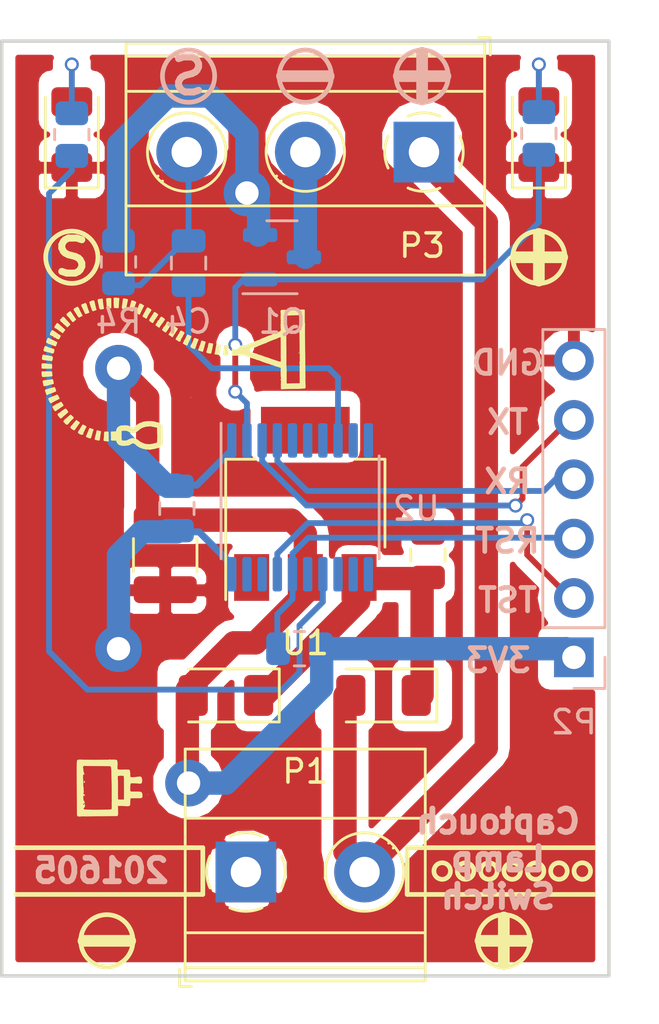
<source format=kicad_pcb>
(kicad_pcb (version 20211014) (generator pcbnew)
  (title_block (title "Captouch lamp control") (date "2016-06-05") (rev "2") (company "Willem Dijkstra <wpd@xs4all.nl>"))
  (layers (0 "F.Cu" signal) (31 "B.Cu" signal) (34 "B.Paste" user) (35 "F.Paste" user) (36 "B.SilkS" user "B.Silkscreen") (37 "F.SilkS" user "F.Silkscreen") (38 "B.Mask" user) (39 "F.Mask" user) (44 "Edge.Cuts" user))
  (net 0 "")
  (net 1 "Net-(D3-Pad1)")
  (net 2 "GNDREF")
  (net 3 "+3.3V")
  (net 4 "Net-(U2-Pad8)")
  (net 5 "Net-(R2-Pad1)")
  (net 6 "TEST")
  (net 7 "Net-(R3-Pad1)")
  (net 8 "Net-(P3-Pad2)")
  (net 9 "+7V")
  (net 10 "{slash}RST")
  (net 11 "Net-(Q1-Pad1)")
  (net 12 "RXD")
  (net 13 "TXD")
  (net 14 "Net-(U2-Pad14)")
  (net 15 "SENSE")
  (footprint "Capacitors_SMD:C_0805_2012Metric" (layer "F.Cu") (at 70.25 41 90)
    (fp_text reference "C1" hide)
    (fp_text value "100n")
    (pad "1" smd roundrect (at -0.95 0 90) (size 1 1.45) (layers "F.Cu" "F.Paste" "F.Mask") (net 1 "Net-(D3-Pad1)"))
    (pad "2" smd roundrect (at 0.95 0 90) (size 1 1.45) (layers "F.Cu" "F.Paste" "F.Mask") (net 2 "GNDREF"))
  )
  (footprint "Capacitors_SMD:C_1210_3225Metric" (layer "F.Cu") (at 59 41 -90)
    (fp_text reference "C2" hide)
    (fp_text value "10u")
    (pad "1" smd roundrect (at -1.475 0 270) (size 1.15 2.7) (layers "F.Cu" "F.Paste" "F.Mask") (roundrect_rratio 0.217391) (net 3 "+3.3V"))
    (pad "2" smd roundrect (at 1.475 0 270) (size 1.15 2.7) (layers "F.Cu" "F.Paste" "F.Mask") (roundrect_rratio 0.217391) (net 2 "GNDREF"))
  )
  (footprint "TerminalBlock_Phoenix:TerminalBlock_Phoenix_MKDS-1,5-2-5.08_1x02_P5.08mm_Horizontal" (layer "F.Cu") (at 62.455 54.555)
    (fp_text reference "P1" (at 2.54 -4.305) (layer "F.SilkS"))
    (fp_text value "POWER")
    (pad "1" thru_hole rect (at 0 0) (size 2.6 2.6) (drill 1.3) (layers *.Cu *.Mask) (net 2 "GNDREF"))
    (pad "2" thru_hole circle (at 5.08 0) (size 2.6 2.6) (drill 1.3) (layers *.Cu *.Mask) (net 9 "+7V"))
  )
  (footprint "TerminalBlock_Phoenix:TerminalBlock_Phoenix_MKDS-1,5-3-5.08_1x03_P5.08mm_Horizontal" (layer "F.Cu") (at 70.08 23.75 180)
    (fp_text reference "P3" (at 0.08 -4 180) (layer "F.SilkS"))
    (fp_text value "LAMP")
    (pad "1" thru_hole rect (at 0 0 180) (size 2.6 2.6) (drill 1.3) (layers *.Cu *.Mask) (net 9 "+7V"))
    (pad "2" thru_hole circle (at 5.08 0 180) (size 2.6 2.6) (drill 1.3) (layers *.Cu *.Mask) (net 8 "Net-(P3-Pad2)"))
    (pad "3" thru_hole circle (at 10.16 0 180) (size 2.6 2.6) (drill 1.3) (layers *.Cu *.Mask) (net 15 "SENSE"))
  )
  (footprint "SOT:SOT-223" (layer "F.Cu") (at 65 38.802 90)
    (fp_text reference "U1" (at -5.948 0 180) (layer "F.SilkS"))
    (fp_text value "LD1117S33TR_SOT223")
    (pad "1" smd rect (at -3.15 -2.3 90) (size 2 1.5) (layers "F.Cu" "F.Paste" "F.Mask") (net 2 "GNDREF"))
    (pad "2" smd rect (at -3.15 0 90) (size 2 1.5) (layers "F.Cu" "F.Paste" "F.Mask") (net 3 "+3.3V"))
    (pad "3" smd rect (at -3.15 2.3 90) (size 2 1.5) (layers "F.Cu" "F.Paste" "F.Mask") (net 1 "Net-(D3-Pad1)"))
    (pad "4" smd rect (at 3.15 0 90) (size 2 3.8) (layers "F.Cu" "F.Paste" "F.Mask"))
  )
  (footprint "logo:plug" (layer "F.Cu") (at 56.5 50 90)
    (fp_text reference "" hide)
    (fp_text value "" hide)
  )
  (footprint "LED_SMD:LED_1206_3216Metric" (layer "F.Cu") (at 75 23 90)
    (fp_text reference "D1" hide)
    (fp_text value "LED")
    (pad "1" smd roundrect (at -1.4 0 90) (size 1.25 1.75) (layers "F.Cu" "F.Paste" "F.Mask") (roundrect_rratio 0.2) (net 2 "GNDREF"))
    (pad "2" smd roundrect (at 1.4 0 90) (size 1.25 1.75) (layers "F.Cu" "F.Paste" "F.Mask") (roundrect_rratio 0.2) (net 5 "Net-(R2-Pad1)"))
  )
  (footprint "LED_SMD:LED_1206_3216Metric" (layer "F.Cu") (at 55 23 90)
    (fp_text reference "D2" hide)
    (fp_text value "LED")
    (pad "1" smd roundrect (at -1.4 0 90) (size 1.25 1.75) (layers "F.Cu" "F.Paste" "F.Mask") (roundrect_rratio 0.2) (net 2 "GNDREF"))
    (pad "2" smd roundrect (at 1.4 0 90) (size 1.25 1.75) (layers "F.Cu" "F.Paste" "F.Mask") (roundrect_rratio 0.2) (net 7 "Net-(R3-Pad1)"))
  )
  (footprint "Diode_SMD:D_1206_3216Metric" (layer "F.Cu") (at 68.349 47 180)
    (fp_text reference "D3" hide)
    (fp_text value "D")
    (pad "1" smd roundrect (at -1.4 0 180) (size 1.25 1.75) (layers "F.Cu" "F.Paste" "F.Mask") (roundrect_rratio 0.2) (net 1 "Net-(D3-Pad1)"))
    (pad "2" smd roundrect (at 1.4 0 180) (size 1.25 1.75) (layers "F.Cu" "F.Paste" "F.Mask") (roundrect_rratio 0.2) (net 9 "+7V"))
  )
  (footprint "Diode_SMD:D_1206_3216Metric" (layer "F.Cu") (at 61.599 47 180)
    (fp_text reference "D4" hide)
    (fp_text value "D")
    (pad "1" smd roundrect (at -1.4 0 180) (size 1.25 1.75) (layers "F.Cu" "F.Paste" "F.Mask") (roundrect_rratio 0.2) (net 1 "Net-(D3-Pad1)"))
    (pad "2" smd roundrect (at 1.4 0 180) (size 1.25 1.75) (layers "F.Cu" "F.Paste" "F.Mask") (roundrect_rratio 0.2) (net 3 "+3.3V"))
  )
  (footprint "logo:lamp" (layer "F.Cu") (at 59.5 33)
    (fp_text reference "  " hide)
    (fp_text value "  " hide)
  )
  (footprint "Capacitors_SMD:C_0805_2012Metric" (layer "B.Cu") (at 59.5 39 -90)
    (fp_text reference "C3" hide)
    (fp_text value "100n")
    (pad "1" smd roundrect (at -0.95 0 270) (size 1 1.45) (layers "B.Cu" "B.Paste" "B.Mask") (net 3 "+3.3V"))
    (pad "2" smd roundrect (at 0.95 0 270) (size 1 1.45) (layers "B.Cu" "B.Paste" "B.Mask") (net 2 "GNDREF"))
  )
  (footprint "Package_TO_SOT_SMD:SOT-23" (layer "B.Cu") (at 64 28.25)
    (fp_text reference "Q1" (at 0 2.75) (layer "B.SilkS") (effects (justify mirror)))
    (fp_text value "DMN3404L")
    (pad "1" smd roundrect (at -0.9375 0.95) (size 1.475 0.6) (layers "B.Cu" "B.Paste" "B.Mask") (net 11 "Net-(Q1-Pad1)"))
    (pad "2" smd roundrect (at -0.9375 -0.95) (size 1.475 0.6) (layers "B.Cu" "B.Paste" "B.Mask") (net 2 "GNDREF"))
    (pad "3" smd roundrect (at 0.9375 0) (size 1.475 0.6) (layers "B.Cu" "B.Paste" "B.Mask") (net 8 "Net-(P3-Pad2)"))
  )
  (footprint "Resistors_SMD:R_0805_2012Metric" (layer "B.Cu") (at 75 22.95 -90)
    (fp_text reference "R2" hide)
    (fp_text value "470")
    (pad "1" smd roundrect (at -0.9125 0 270) (size 1.025 1.4) (layers "B.Cu" "B.Paste" "B.Mask") (roundrect_rratio 0.243902) (net 5 "Net-(R2-Pad1)"))
    (pad "2" smd roundrect (at 0.9125 0 270) (size 1.025 1.4) (layers "B.Cu" "B.Paste" "B.Mask") (roundrect_rratio 0.243902) (net 11 "Net-(Q1-Pad1)"))
  )
  (footprint "Resistors_SMD:R_0805_2012Metric" (layer "B.Cu") (at 55 23 -90)
    (fp_text reference "R3" hide)
    (fp_text value "227")
    (pad "1" smd roundrect (at -0.9125 0 270) (size 1.025 1.4) (layers "B.Cu" "B.Paste" "B.Mask") (roundrect_rratio 0.243902) (net 7 "Net-(R3-Pad1)"))
    (pad "2" smd roundrect (at 0.9125 0 270) (size 1.025 1.4) (layers "B.Cu" "B.Paste" "B.Mask") (roundrect_rratio 0.243902) (net 14 "Net-(U2-Pad14)"))
  )
  (footprint "Resistors_SMD:R_0805_2012Metric" (layer "B.Cu") (at 64.75 45)
    (fp_text reference "R1" hide)
    (fp_text value "47k")
    (pad "1" smd roundrect (at -0.9125 0) (size 1.025 1.4) (layers "B.Cu" "B.Paste" "B.Mask") (roundrect_rratio 0.243902) (net 10 "{slash}RST"))
    (pad "2" smd roundrect (at 0.9125 0) (size 1.025 1.4) (layers "B.Cu" "B.Paste" "B.Mask") (roundrect_rratio 0.243902) (net 3 "+3.3V"))
  )
  (footprint "Connector_PinSocket_2.54mm:PinSocket_1x06_P2.54mm_Vertical" (layer "B.Cu") (at 76.5 45.37)
    (fp_text reference "P2" (at 0 2.77 180) (layer "B.SilkS") (effects (justify mirror)))
    (fp_text value "PROGRAM")
    (pad "1" thru_hole rect (at 0 0) (size 1.7 1.7) (drill 1) (layers *.Cu *.Mask) (net 3 "+3.3V"))
    (pad "2" thru_hole oval (at 0 -2.54) (size 1.7 1.7) (drill 1) (layers *.Cu *.Mask) (net 6 "TEST"))
    (pad "3" thru_hole oval (at 0 -5.08) (size 1.7 1.7) (drill 1) (layers *.Cu *.Mask) (net 10 "{slash}RST"))
    (pad "4" thru_hole oval (at 0 -7.62) (size 1.7 1.7) (drill 1) (layers *.Cu *.Mask) (net 12 "RXD"))
    (pad "5" thru_hole oval (at 0 -10.16) (size 1.7 1.7) (drill 1) (layers *.Cu *.Mask) (net 13 "TXD"))
    (pad "6" thru_hole oval (at 0 -12.7) (size 1.7 1.7) (drill 1) (layers *.Cu *.Mask) (net 2 "GNDREF"))
  )
  (footprint "Package_SO:TSSOP-20_4.4x6.5mm_P0.65mm" (layer "B.Cu") (at 64.775 38.95 -90)
    (fp_text reference "U2" (at 0.05 -4.975 180) (layer "B.SilkS") (effects (justify mirror)))
    (fp_text value "MSP430G2553IPW20")
    (pad "1" smd roundrect (at -2.8625 2.925 270) (size 1.475 0.4) (layers "B.Cu" "B.Paste" "B.Mask") (net 3 "+3.3V"))
    (pad "2" smd roundrect (at -2.8625 2.275 270) (size 1.475 0.4) (layers "B.Cu" "B.Paste" "B.Mask") (net 11 "Net-(Q1-Pad1)"))
    (pad "3" smd roundrect (at -2.8625 1.625 270) (size 1.475 0.4) (layers "B.Cu" "B.Paste" "B.Mask") (net 13 "TXD"))
    (pad "4" smd roundrect (at -2.8625 0.975 270) (size 1.475 0.4) (layers "B.Cu" "B.Paste" "B.Mask") (net 12 "RXD"))
    (pad "5" smd roundrect (at -2.8625 0.325 270) (size 1.475 0.4) (layers "B.Cu" "B.Paste" "B.Mask"))
    (pad "6" smd roundrect (at -2.8625 -0.325 270) (size 1.475 0.4) (layers "B.Cu" "B.Paste" "B.Mask"))
    (pad "7" smd roundrect (at -2.8625 -0.975 270) (size 1.475 0.4) (layers "B.Cu" "B.Paste" "B.Mask"))
    (pad "8" smd roundrect (at -2.8625 -1.625 270) (size 1.475 0.4) (layers "B.Cu" "B.Paste" "B.Mask") (net 4 "Net-(U2-Pad8)"))
    (pad "9" smd roundrect (at -2.8625 -2.275 270) (size 1.475 0.4) (layers "B.Cu" "B.Paste" "B.Mask"))
    (pad "10" smd roundrect (at -2.8625 -2.925 270) (size 1.475 0.4) (layers "B.Cu" "B.Paste" "B.Mask"))
    (pad "11" smd roundrect (at 2.8625 -2.925 270) (size 1.475 0.4) (layers "B.Cu" "B.Paste" "B.Mask"))
    (pad "12" smd roundrect (at 2.8625 -2.275 270) (size 1.475 0.4) (layers "B.Cu" "B.Paste" "B.Mask"))
    (pad "13" smd roundrect (at 2.8625 -1.625 270) (size 1.475 0.4) (layers "B.Cu" "B.Paste" "B.Mask"))
    (pad "14" smd roundrect (at 2.8625 -0.975 270) (size 1.475 0.4) (layers "B.Cu" "B.Paste" "B.Mask") (net 14 "Net-(U2-Pad14)"))
    (pad "15" smd roundrect (at 2.8625 -0.325 270) (size 1.475 0.4) (layers "B.Cu" "B.Paste" "B.Mask"))
    (pad "16" smd roundrect (at 2.8625 0.325 270) (size 1.475 0.4) (layers "B.Cu" "B.Paste" "B.Mask") (net 10 "{slash}RST"))
    (pad "17" smd roundrect (at 2.8625 0.975 270) (size 1.475 0.4) (layers "B.Cu" "B.Paste" "B.Mask") (net 6 "TEST"))
    (pad "18" smd roundrect (at 2.8625 1.625 270) (size 1.475 0.4) (layers "B.Cu" "B.Paste" "B.Mask"))
    (pad "19" smd roundrect (at 2.8625 2.275 270) (size 1.475 0.4) (layers "B.Cu" "B.Paste" "B.Mask"))
    (pad "20" smd roundrect (at 2.8625 2.925 270) (size 1.475 0.4) (layers "B.Cu" "B.Paste" "B.Mask") (net 2 "GNDREF"))
  )
  (footprint "Capacitors_SMD:C_0805_2012Metric" (layer "B.Cu") (at 60 28.5 90)
    (fp_text reference "C4" (at -2.5 0) (layer "B.SilkS") (effects (justify mirror)))
    (fp_text value "470p")
    (pad "1" smd roundrect (at -0.95 0 90) (size 1 1.45) (layers "B.Cu" "B.Paste" "B.Mask") (net 4 "Net-(U2-Pad8)"))
    (pad "2" smd roundrect (at 0.95 0 90) (size 1 1.45) (layers "B.Cu" "B.Paste" "B.Mask") (net 15 "SENSE"))
  )
  (footprint "Resistors_SMD:R_0805_2012Metric" (layer "B.Cu") (at 57 28.45 -90)
    (fp_text reference "R4" (at 2.55 0 180) (layer "B.SilkS") (effects (justify mirror)))
    (fp_text value "470k")
    (pad "1" smd roundrect (at -0.9125 0 270) (size 1.025 1.4) (layers "B.Cu" "B.Paste" "B.Mask") (roundrect_rratio 0.243902) (net 2 "GNDREF"))
    (pad "2" smd roundrect (at 0.9125 0 270) (size 1.025 1.4) (layers "B.Cu" "B.Paste" "B.Mask") (roundrect_rratio 0.243902) (net 15 "SENSE"))
  )
  (gr_line (start 70 19.5) (end 70 21.5) (layer "B.SilkS") (width 0.5))
  (gr_line (start 69 20.5) (end 71 20.5) (layer "B.SilkS") (width 0.5))
  (gr_circle (center 70 20.5) (end 71 20) (layer "B.SilkS") (width 0.2) (fill none))
  (gr_circle (center 65 20.5) (end 66 20) (layer "B.SilkS") (width 0.2) (fill none))
  (gr_line (start 64 20.5) (end 66 20.5) (layer "B.SilkS") (width 0.5))
  (gr_circle (center 60 20.5) (end 61 20) (layer "B.SilkS") (width 0.2) (fill none))
  (gr_circle (center 74.860031 54.514769) (end 74.610031 54.264769) (layer "F.SilkS") (width 0.2) (fill none))
  (gr_circle (center 73.860031 54.514769) (end 73.610031 54.264769) (layer "F.SilkS") (width 0.2) (fill none))
  (gr_circle (center 72.860031 54.514769) (end 72.610031 54.264769) (layer "F.SilkS") (width 0.2) (fill none))
  (gr_circle (center 71.860031 54.514769) (end 71.610031 54.264769) (layer "F.SilkS") (width 0.2) (fill none))
  (gr_circle (center 70.860031 54.514769) (end 70.610031 54.264769) (layer "F.SilkS") (width 0.2) (fill none))
  (gr_line (start 77.360031 55.514769) (end 69.360031 55.514769) (layer "F.SilkS") (width 0.2))
  (gr_line (start 69.360031 55.514769) (end 69.360031 53.514769) (layer "F.SilkS") (width 0.2))
  (gr_line (start 69.360031 53.514769) (end 77.360031 53.514769) (layer "F.SilkS") (width 0.2))
  (gr_line (start 72.5 57.5) (end 74.5 57.5) (layer "F.SilkS") (width 0.5))
  (gr_line (start 73.5 58.5) (end 73.5 56.5) (layer "F.SilkS") (width 0.5))
  (gr_line (start 55.5 57.5) (end 57.5 57.5) (layer "F.SilkS") (width 0.5))
  (gr_circle (center 56.5 57.5) (end 57.5 58) (layer "F.SilkS") (width 0.2) (fill none))
  (gr_circle (center 75 28.25) (end 76 28.75) (layer "F.SilkS") (width 0.2) (fill none))
  (gr_line (start 75 29.25) (end 75 27.25) (layer "F.SilkS") (width 0.5))
  (gr_line (start 74 28.25) (end 76 28.25) (layer "F.SilkS") (width 0.5))
  (gr_circle (center 55 28.25) (end 56 28.75) (layer "F.SilkS") (width 0.2) (fill none))
  (gr_line (start 60.610031 55.514769) (end 52.610031 55.514769) (layer "F.SilkS") (width 0.2))
  (gr_circle (center 75.860031 54.514769) (end 75.610031 54.264769) (layer "F.SilkS") (width 0.2) (fill none))
  (gr_line (start 52.610031 53.514769) (end 60.610031 53.514769) (layer "F.SilkS") (width 0.2))
  (gr_circle (center 76.860031 54.514769) (end 76.610031 54.264769) (layer "F.SilkS") (width 0.2) (fill none))
  (gr_line (start 60.610031 53.514769) (end 60.610031 55.514769) (layer "F.SilkS") (width 0.2))
  (gr_circle (center 73.5 57.5) (end 74.5 58) (layer "F.SilkS") (width 0.2) (fill none))
  (gr_line (start 52 59) (end 52 19) (layer "Edge.Cuts") (width 0.15))
  (gr_line (start 78 19) (end 78 59) (layer "Edge.Cuts") (width 0.15))
  (gr_line (start 52 19) (end 78 19) (layer "Edge.Cuts") (width 0.15))
  (gr_line (start 78 59) (end 52 59) (layer "Edge.Cuts") (width 0.15))
  (gr_text "S" (at 60 20.5) (layer "B.SilkS") (effects (font (size 1.5 1.5) (thickness 0.3)) (justify mirror)))
  (gr_text "RST" (at 73.66 40.388) (layer "B.SilkS") (effects (font (size 1 1) (thickness 0.2)) (justify mirror)))
  (gr_text "201605" (at 56.25 54.5) (layer "B.SilkS") (effects (font (size 1 1) (thickness 0.25)) (justify mirror)))
  (gr_text "3V3" (at 73.25 45.5) (layer "B.SilkS") (effects (font (size 1 1) (thickness 0.2)) (justify mirror)))
  (gr_text "RX" (at 73.66 37.848) (layer "B.SilkS") (effects (font (size 1 1) (thickness 0.2)) (justify mirror)))
  (gr_text "GND" (at 73.66 32.768) (layer "B.SilkS") (effects (font (size 1 1) (thickness 0.2)) (justify mirror)))
  (gr_text "Captouch\nLamp\nSwitch" (at 73.25 54) (layer "B.SilkS") (effects (font (size 1 1) (thickness 0.25)) (justify mirror)))
  (gr_text "TST\n" (at 73.66 42.928) (layer "B.SilkS") (effects (font (size 1 1) (thickness 0.2)) (justify mirror)))
  (gr_text "TX" (at 73.66 35.308) (layer "B.SilkS") (effects (font (size 1 1) (thickness 0.2)) (justify mirror)))
  (gr_text "S" (at 55 28.25) (layer "F.SilkS") (effects (font (size 1.5 1.5) (thickness 0.3))))
  (segment (start 67.39 42) (end 67.286 42.104) (width 1) (layer "F.Cu") (net 1))
  (segment (start 70 42.25) (end 70.25 42) (width 1) (layer "F.Cu") (net 1))
  (segment (start 63.25 47) (end 67.286 42.964) (width 1) (layer "F.Cu") (net 1))
  (segment (start 70.25 42) (end 67.39 42) (width 1) (layer "F.Cu") (net 1))
  (segment (start 70 47) (end 70 42.25) (width 1) (layer "F.Cu") (net 1))
  (via (at 57 45) (size 2) (drill 1) (layers "F.Cu" "B.Cu") (net 2))
  (via (at 62.5 25.5) (size 2) (drill 1) (layers "F.Cu" "B.Cu") (net 2))
  (segment (start 59.5 40) (end 60.45 40) (width 0.3) (layer "B.Cu") (net 2))
  (segment (start 59.087999 21.349999) (end 60.912001 21.349999) (width 1) (layer "B.Cu") (net 2))
  (segment (start 61.85 41.4) (end 61.85 41.9) (width 0.3) (layer "B.Cu") (net 2))
  (segment (start 57 27.5) (end 57 23.437998) (width 1) (layer "B.Cu") (net 2))
  (segment (start 62.5 22.937998) (end 62.5 24.085787) (width 1) (layer "B.Cu") (net 2))
  (segment (start 62.99924 25.99924) (end 62.5 25.5) (width 1) (layer "B.Cu") (net 2))
  (segment (start 57 41) (end 57 45) (width 1) (layer "B.Cu") (net 2))
  (segment (start 60.912001 21.349999) (end 62.5 22.937998) (width 1) (layer "B.Cu") (net 2))
  (segment (start 59.5 40) (end 58 40) (width 1) (layer "B.Cu") (net 2))
  (segment (start 60.45 40) (end 61.85 41.4) (width 0.3) (layer "B.Cu") (net 2))
  (segment (start 62.99924 27.3) (end 62.99924 25.99924) (width 1) (layer "B.Cu") (net 2))
  (segment (start 58 40) (end 57 41) (width 1) (layer "B.Cu") (net 2))
  (segment (start 57 23.437998) (end 59.087999 21.349999) (width 1) (layer "B.Cu") (net 2))
  (segment (start 62.5 24.085787) (end 62.5 25.5) (width 1) (layer "B.Cu") (net 2))
  (segment (start 59.948 47) (end 59.948 46.746) (width 1) (layer "F.Cu") (net 3))
  (segment (start 61.944 44.75) (end 62.862 44.75) (width 1) (layer "F.Cu") (net 3))
  (segment (start 64.412 39.5) (end 58.25 39.5) (width 1) (layer "F.Cu") (net 3))
  (segment (start 58.25 34.25) (end 57.999999 33.999999) (width 1) (layer "F.Cu") (net 3))
  (segment (start 58.25 39.5) (end 58.25 34.25) (width 1) (layer "F.Cu") (net 3))
  (segment (start 62.862 44.75) (end 65 42.612) (width 1) (layer "F.Cu") (net 3))
  (segment (start 59.948 50.698) (end 60 50.75) (width 1) (layer "F.Cu") (net 3))
  (segment (start 59.948 46.746) (end 61.944 44.75) (width 1) (layer "F.Cu") (net 3))
  (segment (start 65 40.088) (end 64.412 39.5) (width 1) (layer "F.Cu") (net 3))
  (segment (start 65 42.612) (end 65 42.104) (width 1) (layer "F.Cu") (net 3))
  (segment (start 65 42.104) (end 65 40.088) (width 1) (layer "F.Cu") (net 3))
  (segment (start 57.999999 33.999999) (end 57 33) (width 1) (layer "F.Cu") (net 3))
  (segment (start 59.948 47) (end 59.948 50.698) (width 1) (layer "F.Cu") (net 3))
  (via (at 60 50.75) (size 2) (drill 1) (layers "F.Cu" "B.Cu") (net 3))
  (via (at 57 33) (size 2) (drill 1) (layers "F.Cu" "B.Cu") (net 3))
  (segment (start 59.5 38) (end 60.35 38) (width 0.3) (layer "B.Cu") (net 3))
  (segment (start 60.35 38) (end 61.85 36.5) (width 0.3) (layer "B.Cu") (net 3))
  (segment (start 59.5 38) (end 59 38) (width 1) (layer "B.Cu") (net 3))
  (segment (start 76.17 45) (end 76.5 45.33) (width 1) (layer "B.Cu") (net 3))
  (segment (start 61.414213 50.75) (end 60 50.75) (width 1) (layer "B.Cu") (net 3))
  (segment (start 65.7 45) (end 65.7 46.65) (width 1) (layer "B.Cu") (net 3))
  (segment (start 61.6 50.75) (end 61.414213 50.75) (width 1) (layer "B.Cu") (net 3))
  (segment (start 57 36) (end 57 33) (width 1) (layer "B.Cu") (net 3))
  (segment (start 65.7 46.65) (end 61.6 50.75) (width 1) (layer "B.Cu") (net 3))
  (segment (start 61.85 36.5) (end 61.85 36) (width 0.3) (layer "B.Cu") (net 3))
  (segment (start 59 38) (end 57 36) (width 1) (layer "B.Cu") (net 3))
  (segment (start 65.7 45) (end 76.17 45) (width 1) (layer "B.Cu") (net 3))
  (segment (start 66.4 33.4) (end 66 33) (width 0.25) (layer "B.Cu") (net 4))
  (segment (start 60 32) (end 60 29.5) (width 0.25) (layer "B.Cu") (net 4))
  (segment (start 66 33) (end 61 33) (width 0.25) (layer "B.Cu") (net 4))
  (segment (start 61 33) (end 60 32) (width 0.25) (layer "B.Cu") (net 4))
  (segment (start 66.4 36) (end 66.4 33.4) (width 0.25) (layer "B.Cu") (net 4))
  (segment (start 75 21.00102) (end 75 20) (width 0.25) (layer "F.Cu") (net 5))
  (via (at 75 20) (size 0.6) (drill 0.4) (layers "F.Cu" "B.Cu") (net 5))
  (segment (start 75 20) (end 75 22) (width 0.25) (layer "B.Cu") (net 5))
  (segment (start 76.3476 42.83) (end 76.5 42.83) (width 0.25) (layer "F.Cu") (net 6))
  (segment (start 76.3476 42.79) (end 76.5 42.79) (width 0.25) (layer "F.Cu") (net 6))
  (segment (start 74.5 40.9824) (end 76.3476 42.83) (width 0.25) (layer "F.Cu") (net 6))
  (segment (start 74.5 39.5) (end 74.5 40.9824) (width 0.25) (layer "F.Cu") (net 6))
  (via (at 74.5 39.5) (size 0.6) (drill 0.4) (layers "F.Cu" "B.Cu") (net 6))
  (segment (start 65.10001 39.62499) (end 74.37501 39.62499) (width 0.25) (layer "B.Cu") (net 6))
  (segment (start 63.8 40.925) (end 63.875001 40.849999) (width 0.25) (layer "B.Cu") (net 6))
  (segment (start 74.37501 39.62499) (end 74.5 39.5) (width 0.25) (layer "B.Cu") (net 6))
  (segment (start 63.8 40.925) (end 65.10001 39.62499) (width 0.25) (layer "B.Cu") (net 6))
  (segment (start 63.8 41.9) (end 63.8 40.925) (width 0.25) (layer "B.Cu") (net 6))
  (segment (start 55 21.00102) (end 55 20) (width 0.25) (layer "F.Cu") (net 7))
  (via (at 55 20) (size 0.6) (drill 0.4) (layers "F.Cu" "B.Cu") (net 7))
  (segment (start 55 20) (end 55 22.05) (width 0.25) (layer "B.Cu") (net 7))
  (segment (start 64.99822 25.25254) (end 65.00076 25.25) (width 1) (layer "B.Cu") (net 8))
  (segment (start 65 23.25) (end 65 25.24924) (width 1) (layer "B.Cu") (net 8))
  (segment (start 65.00076 24.00076) (end 65 24) (width 1) (layer "B.Cu") (net 8))
  (segment (start 65 23.25) (end 65 28.25) (width 1) (layer "B.Cu") (net 8))
  (segment (start 65 25.24924) (end 65.00076 25.25) (width 1) (layer "B.Cu") (net 8))
  (segment (start 65.00076 25.25) (end 65.00076 24.00076) (width 1) (layer "B.Cu") (net 8))
  (segment (start 70 24) (end 70 23.25) (width 1) (layer "F.Cu") (net 9))
  (segment (start 67.5 54.5) (end 72.75 49.25) (width 1) (layer "F.Cu") (net 9))
  (segment (start 66.698 53.698) (end 67.5 54.5) (width 1) (layer "F.Cu") (net 9))
  (segment (start 66.698 47) (end 66.698 53.698) (width 1) (layer "F.Cu") (net 9))
  (segment (start 72.75 49.25) (end 72.75 26.75) (width 1) (layer "F.Cu") (net 9))
  (segment (start 72.75 26.75) (end 70 24) (width 1) (layer "F.Cu") (net 9))
  (segment (start 70 23.25) (end 70 24) (width 1) (layer "B.Cu") (net 9))
  (segment (start 63.8 44.1) (end 63.8 45) (width 0.25) (layer "B.Cu") (net 10))
  (segment (start 64.45 41.9) (end 64.45 42.875) (width 0.25) (layer "B.Cu") (net 10))
  (segment (start 63.8 43.525) (end 63.8 44.1) (width 0.25) (layer "B.Cu") (net 10))
  (segment (start 76.5 40.25) (end 65.125 40.25) (width 0.25) (layer "B.Cu") (net 10))
  (segment (start 65.125 40.25) (end 64.45 40.925) (width 0.25) (layer "B.Cu") (net 10))
  (segment (start 64.45 42.875) (end 63.8 43.525) (width 0.25) (layer "B.Cu") (net 10))
  (segment (start 64.45 40.925) (end 64.45 41.9) (width 0.25) (layer "B.Cu") (net 10))
  (segment (start 62 34) (end 62 32) (width 0.25) (layer "F.Cu") (net 11))
  (via (at 62 32) (size 0.6) (drill 0.4) (layers "F.Cu" "B.Cu") (net 11))
  (via (at 62 34) (size 0.6) (drill 0.4) (layers "F.Cu" "B.Cu") (net 11))
  (segment (start 62 29.54919) (end 62.34919 29.2) (width 0.25) (layer "B.Cu") (net 11))
  (segment (start 72.55 29.2) (end 75 26.75) (width 0.25) (layer "B.Cu") (net 11))
  (segment (start 62 32) (end 62 29.54919) (width 0.25) (layer "B.Cu") (net 11))
  (segment (start 72.55 29.2) (end 62.99924 29.2) (width 0.25) (layer "B.Cu") (net 11))
  (segment (start 62.5 34.5) (end 62 34) (width 0.25) (layer "B.Cu") (net 11))
  (segment (start 62.5 36) (end 62.5 34.5) (width 0.25) (layer "B.Cu") (net 11))
  (segment (start 75 26.75) (end 75 23.9) (width 0.25) (layer "B.Cu") (net 11))
  (segment (start 62.34919 29.2) (end 62.99924 29.2) (width 0.25) (layer "B.Cu") (net 11))
  (segment (start 75.21119 38.25) (end 76.1612 37.29999) (width 0.25) (layer "B.Cu") (net 12))
  (segment (start 63.8 36.975) (end 65.075 38.25) (width 0.25) (layer "B.Cu") (net 12))
  (segment (start 65.075 38.25) (end 75.21119 38.25) (width 0.25) (layer "B.Cu") (net 12))
  (segment (start 63.8 36) (end 63.8 36.975) (width 0.25) (layer "B.Cu") (net 12))
  (segment (start 76.1612 37.29999) (end 76.5 37.29999) (width 0.25) (layer "B.Cu") (net 12))
  (segment (start 74.299999 38.575011) (end 74.299999 37.217601) (width 0.25) (layer "F.Cu") (net 13))
  (segment (start 75 36.5176) (end 76.3476 35.17) (width 0.25) (layer "F.Cu") (net 13))
  (segment (start 74.299999 37.217601) (end 75 36.5176) (width 0.25) (layer "F.Cu") (net 13))
  (segment (start 76.3476 35.17) (end 76.5 35.17) (width 0.25) (layer "F.Cu") (net 13))
  (segment (start 74 38.87501) (end 74.299999 38.575011) (width 0.25) (layer "F.Cu") (net 13))
  (segment (start 74.75 36.7676) (end 75 36.5176) (width 0.25) (layer "F.Cu") (net 13))
  (via (at 74 38.87501) (size 0.6) (drill 0.4) (layers "F.Cu" "B.Cu") (net 13))
  (segment (start 63.15 36) (end 63.15 36.975) (width 0.25) (layer "B.Cu") (net 13))
  (segment (start 65.048136 38.873136) (end 73.998126 38.873136) (width 0.25) (layer "B.Cu") (net 13))
  (segment (start 73.998126 38.873136) (end 74 38.87501) (width 0.25) (layer "B.Cu") (net 13))
  (segment (start 63.15 36.975) (end 65.048136 38.873136) (width 0.25) (layer "B.Cu") (net 13))
  (segment (start 55.662858 46.75) (end 54.024999 45.112141) (width 0.25) (layer "B.Cu") (net 14))
  (segment (start 64.75 44) (end 64.75 46) (width 0.25) (layer "B.Cu") (net 14))
  (segment (start 54.024999 25.525001) (end 55 24.55) (width 0.25) (layer "B.Cu") (net 14))
  (segment (start 65.75 41.9) (end 65.75 43) (width 0.25) (layer "B.Cu") (net 14))
  (segment (start 55 24.25) (end 55 23.95) (width 0.25) (layer "B.Cu") (net 14))
  (segment (start 64.75 46) (end 64 46.75) (width 0.25) (layer "B.Cu") (net 14))
  (segment (start 65.75 43) (end 64.75 44) (width 0.25) (layer "B.Cu") (net 14))
  (segment (start 64 46.75) (end 55.662858 46.75) (width 0.25) (layer "B.Cu") (net 14))
  (segment (start 55 24.55) (end 55 23.95) (width 0.25) (layer "B.Cu") (net 14))
  (segment (start 54.024999 45.112141) (end 54.024999 25.525001) (width 0.25) (layer "B.Cu") (net 14))
  (segment (start 60 25.017766) (end 60 23.25) (width 0.25) (layer "B.Cu") (net 15))
  (segment (start 59.875 27.5) (end 57.925 29.45) (width 0.25) (layer "B.Cu") (net 15))
  (segment (start 60 27.5) (end 60 25.017766) (width 0.25) (layer "B.Cu") (net 15))
  (segment (start 57.925 29.45) (end 57 29.45) (width 0.25) (layer "B.Cu") (net 15))
  (segment (start 60 27.5) (end 59.875 27.5) (width 0.25) (layer "B.Cu") (net 15))
  (segment (start 60 23.25) (end 60 24) (width 0.25) (layer "B.Cu") (net 15))
  (zone (net 2) (net_name "GNDREF") (layer "F.Cu") (connect_pads (clearance 0.508)) (min_thickness 0.254) (fill yes (thermal_gap 0.508) (thermal_bridge_width 0.508))
    (polygon (pts (xy 52 19) (xy 52 59) (xy 78 59) (xy 78 19)))
  )
)
</source>
